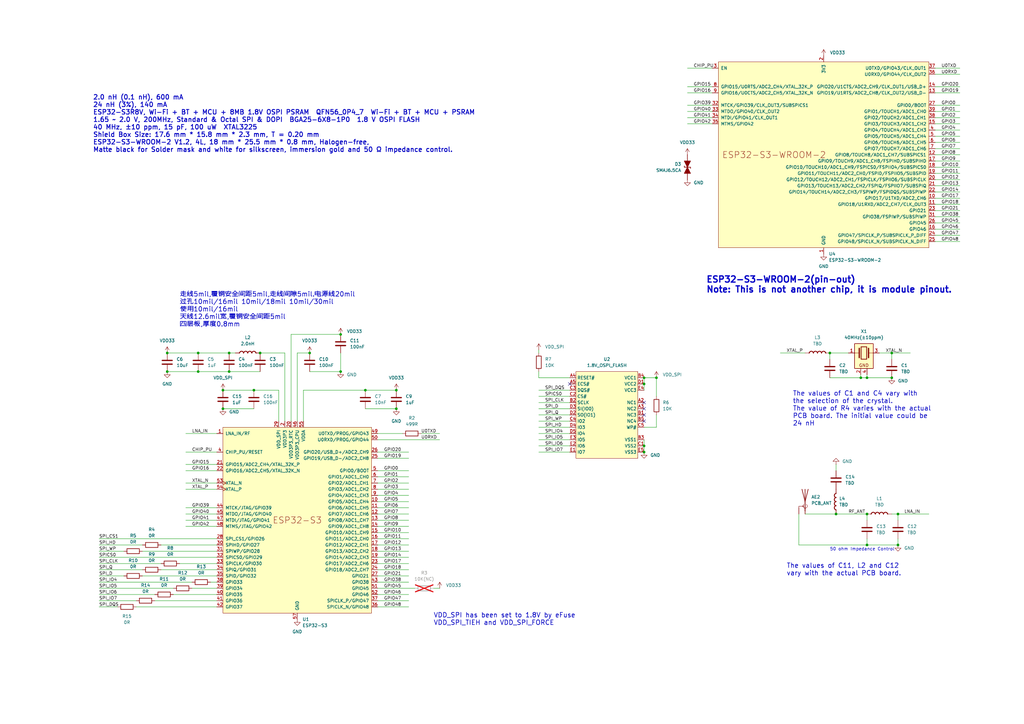
<source format=kicad_sch>
(kicad_sch (version 20250114) (generator "eeschema") (generator_version "9.0")
  (paper "A3")
  (lib_symbols
    (symbol "Device:Antenna_Shield" (pin_numbers (hide yes)) (pin_names (offset 1.016) (hide yes))
      (property "Reference" "AE" (at -1.905 4.445 0))
      (property "Value" "Antenna_Shield" (at -1.905 2.54 0))
      (symbol "Antenna_Shield_1_1"
        (pin input line (at 0 -5.08 90) (length 2.54) (name "A") (number "1"))
        (pin input line (at 2.54 -5.08 90) (length 2.54) (name "Shield") (number "2"))
      )
    )
    (symbol "Library:1.8V_OSPI_FLASH"
      (property "Reference" "U" (at 0 0 0))
      (property "Value" "1.8V_OSPI_FLASH" (at 0 0 0))
      (symbol "1.8V_OSPI_FLASH_0_0"
        (pin passive line (at -2.54 35.56 0) (length 2.54) (name "RESET#") (number "A4"))
        (pin passive line (at -2.54 33.02 0) (length 2.54) (name "ECS#") (number "A5"))
        (pin passive line (at -2.54 30.48 0) (length 2.54) (name "DQS#") (number "C3"))
        (pin passive line (at -2.54 27.94 0) (length 2.54) (name "CS#") (number "C2"))
        (pin passive line (at -2.54 25.4 0) (length 2.54) (name "SCLK") (number "B2"))
        (pin passive line (at -2.54 22.86 0) (length 2.54) (name "SI(IO0)") (number "D3"))
        (pin passive line (at -2.54 20.32 0) (length 2.54) (name "SO(IO1)") (number "D2"))
        (pin passive line (at -2.54 17.78 0) (length 2.54) (name "IO2") (number "C4"))
        (pin passive line (at -2.54 15.24 0) (length 2.54) (name "IO3") (number "D4"))
        (pin passive line (at -2.54 12.7 0) (length 2.54) (name "IO4") (number "D5"))
        (pin passive line (at -2.54 10.16 0) (length 2.54) (name "IO5") (number "E3"))
        (pin passive line (at -2.54 7.62 0) (length 2.54) (name "IO6") (number "E2"))
        (pin passive line (at -2.54 5.08 0) (length 2.54) (name "IO7") (number "E1"))
        (pin passive line (at 27.94 35.56 180) (length 2.54) (name "VCC1") (number "B4"))
        (pin passive line (at 27.94 33.02 180) (length 2.54) (name "VCC2") (number "D1"))
        (pin passive line (at 27.94 30.48 180) (length 2.54) (name "VCC3") (number "E4"))
        (pin passive line (at 27.94 25.4 180) (length 2.54) (name "NC1") (number "A2"))
        (pin passive line (at 27.94 22.86 180) (length 2.54) (name "NC2") (number "A3"))
        (pin passive line (at 27.94 20.32 180) (length 2.54) (name "NC3") (number "B1"))
        (pin passive line (at 27.94 17.78 180) (length 2.54) (name "NC4") (number "B5"))
        (pin passive line (at 27.94 15.24 180) (length 2.54) (name "WP#") (number "C5"))
        (pin passive line (at 27.94 10.16 180) (length 2.54) (name "VSS1") (number "B3"))
        (pin passive line (at 27.94 7.62 180) (length 2.54) (name "VSS2") (number "C1"))
      )
      (symbol "1.8V_OSPI_FLASH_1_0"
        (pin passive line (at 27.94 5.08 180) (length 2.54) (name "VSS3") (number "E5"))
      )
    )
    (symbol "PCM_Capacitor_AKL:C_1206" (pin_numbers (hide yes)) (pin_names (offset 0.254))
      (property "Reference" "C" (at 0.635 2.54 0))
      (property "Value" "C_1206" (at 0.635 -2.54 0))
      (symbol "C_1206_1_1"
        (pin passive line (at 0 3.81 270) (length 2.794) (name "~") (number "1"))
        (pin passive line (at 0 -3.81 90) (length 2.794) (name "~") (number "2"))
      )
      (symbol "C_1206_1_2"
        (pin passive line (at -2.54 -2.54 90) (length 0) (name "~") (number "2"))
        (pin passive line (at 2.54 2.54 270) (length 0) (name "~") (number "1"))
      )
    )
    (symbol "PCM_Crystal_AKL:SMD3225-4" (pin_names (offset 1.016) (hide yes))
      (property "Reference" "X" (at 0 8.89 0))
      (property "Value" "SMD3225-4" (at 0 6.35 0))
      (symbol "SMD3225-4_0_1"
        (text "GND" (at 0 -5.08 0) (effects (font (size 1.27 1.27))))
      )
      (symbol "SMD3225-4_1_1"
        (pin passive line (at -6.35 0 0) (length 2.54) (name "1") (number "1"))
        (pin passive line (at -1.27 -8.89 90) (length 2.54) (name "2") (number "2"))
        (pin passive line (at 1.27 -8.89 90) (length 2.54) (name "4") (number "4"))
        (pin passive line (at 6.35 0 180) (length 2.54) (name "3") (number "3"))
      )
    )
    (symbol "PCM_Diode_TVS_AKL:SMAJ6.5CA" (pin_numbers (hide yes)) (pin_names (offset 1.016) (hide yes))
      (property "Reference" "D" (at 0 5.08 0))
      (property "Value" "SMAJ6.5CA" (at 0 2.54 0))
      (symbol "SMAJ6.5CA_1_1"
        (pin passive line (at -5.08 0 0) (length 2.54) (name "K") (number "1"))
        (pin passive line (at 5.08 0 180) (length 2.54) (name "A") (number "2"))
      )
      (symbol "SMAJ6.5CA_1_2"
        (pin passive line (at -3.81 -3.81 0) (length 0) (name "A") (number "2"))
        (pin passive line (at 3.81 3.81 180) (length 0) (name "K") (number "1"))
      )
    )
    (symbol "PCM_Elektuur:L" (pin_numbers (hide yes)) (pin_names (offset 0) (hide yes))
      (property "Reference" "L" (at 2.54 3.175 0))
      (property "Value" "L" (at 2.54 -3.175 0))
      (symbol "L_1_0"
        (pin passive line (at 0 5.08 270) (length 1.5748) (name "+") (number "1"))
        (pin passive line (at 0 -5.08 90) (length 1.5748) (name "-") (number "2"))
      )
    )
    (symbol "PCM_Espressif:ESP32-S3" (pin_names (offset 1.016))
      (property "Reference" "U" (at -30.48 43.18 0))
      (property "Value" "ESP32-S3" (at -30.48 40.64 0))
      (symbol "ESP32-S3_0_0"
        (text "ESP32-S3" (at 0 0 0) (effects (font (size 2.54 2.54))))
        (pin bidirectional line (at 33.02 -33.02 180) (length 2.54) (name "SPICLK_P/GPIO47") (number "37"))
        (pin bidirectional line (at 33.02 -35.56 180) (length 2.54) (name "SPICLK_N/GPIO48") (number "36"))
      )
      (symbol "ESP32-S3_1_1"
        (pin bidirectional line (at -33.02 35.56 0) (length 2.54) (name "LNA_IN/RF") (number "1"))
        (pin input line (at -33.02 27.94 0) (length 2.54) (name "CHIP_PU/RESET") (number "4"))
        (pin bidirectional line (at -33.02 22.86 0) (length 2.54) (name "GPIO15/ADC2_CH4/XTAL_32K_P") (number "21"))
        (pin bidirectional line (at -33.02 20.32 0) (length 2.54) (name "GPIO16/ADC2_CH5/XTAL_32K_N") (number "22"))
        (pin input clock (at -33.02 15.24 0) (length 2.54) (name "XTAL_N") (number "53"))
        (pin output clock (at -33.02 12.7 0) (length 2.54) (name "XTAL_P") (number "54"))
        (pin bidirectional line (at -33.02 5.08 0) (length 2.54) (name "MTCK/JTAG/GPIO39") (number "44"))
        (pin bidirectional line (at -33.02 2.54 0) (length 2.54) (name "MTDO/JTAG/GPIO40") (number "45"))
        (pin bidirectional line (at -33.02 0 0) (length 2.54) (name "MTDI/JTAG/GPIO41") (number "47"))
        (pin bidirectional line (at -33.02 -2.54 0) (length 2.54) (name "MTMS/JTAG/GPIO42") (number "48"))
        (pin bidirectional line (at -33.02 -7.62 0) (length 2.54) (name "SPI_CS1/GPIO26") (number "28"))
        (pin bidirectional line (at -33.02 -10.16 0) (length 2.54) (name "SPIHD/GPIO27") (number "30"))
        (pin bidirectional line (at -33.02 -12.7 0) (length 2.54) (name "SPIWP/GPIO28") (number "31"))
        (pin bidirectional line (at -33.02 -15.24 0) (length 2.54) (name "SPICS0/GPIO29") (number "32"))
        (pin bidirectional line (at -33.02 -17.78 0) (length 2.54) (name "SPICLK/GPIO30") (number "33"))
        (pin bidirectional line (at -33.02 -20.32 0) (length 2.54) (name "SPIQ/GPIO31") (number "34"))
        (pin bidirectional line (at -33.02 -22.86 0) (length 2.54) (name "SPID/GPIO32") (number "35"))
        (pin bidirectional line (at -33.02 -25.4 0) (length 2.54) (name "GPIO33") (number "38"))
        (pin bidirectional line (at -33.02 -27.94 0) (length 2.54) (name "GPIO34") (number "39"))
        (pin bidirectional line (at -33.02 -30.48 0) (length 2.54) (name "GPIO35") (number "40"))
        (pin bidirectional line (at -33.02 -33.02 0) (length 2.54) (name "GPIO36") (number "41"))
        (pin bidirectional line (at -33.02 -35.56 0) (length 2.54) (name "GPIO37") (number "42"))
        (pin power_out line (at -7.62 40.64 270) (length 2.54) (name "VDD_SPI") (number "29"))
        (pin power_in line (at -5.08 40.64 270) (length 2.54) (name "VDD3P3") (number "2"))
        (pin power_in line (at -5.08 40.64 270) (length 2.54) (hide yes) (name "VDD3P3") (number "3"))
        (pin power_in line (at -2.54 40.64 270) (length 2.54) (name "VDD3P3_RTC") (number "20"))
        (pin power_in line (at 0 40.64 270) (length 2.54) (name "VDD3P3_CPU") (number "46"))
        (pin power_in line (at 0 -40.64 90) (length 2.54) (name "GND") (number "57"))
        (pin power_in line (at 2.54 40.64 270) (length 2.54) (name "VDDA") (number "55"))
        (pin passive line (at 2.54 40.64 270) (length 2.54) (hide yes) (name "VDDA") (number "56"))
        (pin bidirectional line (at 33.02 35.56 180) (length 2.54) (name "U0TXD/PROG/GPIO43") (number "49"))
        (pin bidirectional line (at 33.02 33.02 180) (length 2.54) (name "U0RXD/PROG/GPIO44") (number "50"))
        (pin bidirectional line (at 33.02 27.94 180) (length 2.54) (name "GPIO20/USB_D+/ADC2_CH9") (number "26"))
        (pin bidirectional line (at 33.02 25.4 180) (length 2.54) (name "GPIO19/USB_D-/ADC2_CH8") (number "25"))
        (pin bidirectional line (at 33.02 20.32 180) (length 2.54) (name "GPIO0/BOOT") (number "5"))
        (pin bidirectional line (at 33.02 17.78 180) (length 2.54) (name "GPIO1/ADC1_CH0") (number "6"))
        (pin bidirectional line (at 33.02 15.24 180) (length 2.54) (name "GPIO2/ADC1_CH1") (number "7"))
        (pin bidirectional line (at 33.02 12.7 180) (length 2.54) (name "GPIO3/ADC1_CH2") (number "8"))
        (pin bidirectional line (at 33.02 10.16 180) (length 2.54) (name "GPIO4/ADC1_CH3") (number "9"))
        (pin bidirectional line (at 33.02 7.62 180) (length 2.54) (name "GPIO5/ADC1_CH4") (number "10"))
        (pin bidirectional line (at 33.02 5.08 180) (length 2.54) (name "GPIO6/ADC1_CH5") (number "11"))
        (pin bidirectional line (at 33.02 2.54 180) (length 2.54) (name "GPIO7/ADC1_CH6") (number "12"))
        (pin bidirectional line (at 33.02 0 180) (length 2.54) (name "GPIO8/ADC1_CH7") (number "13"))
        (pin bidirectional line (at 33.02 -2.54 180) (length 2.54) (name "GPIO9/ADC1_CH8") (number "14"))
        (pin bidirectional line (at 33.02 -5.08 180) (length 2.54) (name "GPIO10/ADC1_CH9") (number "15"))
        (pin bidirectional line (at 33.02 -7.62 180) (length 2.54) (name "GPIO11/ADC2_CH0") (number "16"))
        (pin bidirectional line (at 33.02 -10.16 180) (length 2.54) (name "GPIO12/ADC2_CH1") (number "17"))
        (pin bidirectional line (at 33.02 -12.7 180) (length 2.54) (name "GPIO13/ADC2_CH2") (number "18"))
        (pin bidirectional line (at 33.02 -15.24 180) (length 2.54) (name "GPIO14/ADC2_CH3") (number "19"))
        (pin bidirectional line (at 33.02 -17.78 180) (length 2.54) (name "GPIO17/ADC2_CH6") (number "23"))
        (pin bidirectional line (at 33.02 -20.32 180) (length 2.54) (name "GPIO18/ADC2_CH7") (number "24"))
        (pin bidirectional line (at 33.02 -22.86 180) (length 2.54) (name "GPIO21") (number "27"))
        (pin bidirectional line (at 33.02 -25.4 180) (length 2.54) (name "GPIO38") (number "43"))
        (pin bidirectional line (at 33.02 -27.94 180) (length 2.54) (name "GPIO45") (number "51"))
        (pin bidirectional line (at 33.02 -30.48 180) (length 2.54) (name "GPIO46") (number "52"))
      )
    )
    (symbol "PCM_Espressif:ESP32-S3-WROOM-2" (pin_names (offset 1.016))
      (property "Reference" "U" (at -43.18 43.18 0))
      (property "Value" "ESP32-S3-WROOM-2" (at -43.18 40.64 0))
      (symbol "ESP32-S3-WROOM-2_0_0"
        (text "ESP32-S3-WROOM-2" (at -20.32 0 0) (effects (font (size 2.54 2.54))))
        (pin input line (at -45.72 35.56 0) (length 2.54) (name "EN") (number "3"))
        (pin bidirectional line (at -45.72 27.94 0) (length 2.54) (name "GPIO15/U0RTS/ADC2_CH4/XTAL_32K_P") (number "8"))
        (pin bidirectional line (at -45.72 25.4 0) (length 2.54) (name "GPIO16/U0CTS/ADC2_CH5/XTAL_32K_N") (number "9"))
        (pin bidirectional line (at -45.72 20.32 0) (length 2.54) (name "MTCK/GPIO39/CLK_OUT3/SUBSPICS1") (number "32"))
        (pin bidirectional line (at -45.72 17.78 0) (length 2.54) (name "MTDO/GPIO40/CLK_OUT2") (number "33"))
        (pin bidirectional line (at -45.72 15.24 0) (length 2.54) (name "MTDI/GPIO41/CLK_OUT1") (number "34"))
        (pin bidirectional line (at -45.72 12.7 0) (length 2.54) (name "MTMS/GPIO42") (number "35"))
        (pin no_connect line (at -43.18 -30.48 0) (length 2.54) (hide yes) (name "NC") (number "30"))
        (pin no_connect line (at -43.18 -33.02 0) (length 2.54) (hide yes) (name "NC") (number "29"))
        (pin no_connect line (at -43.18 -35.56 0) (length 2.54) (hide yes) (name "NC") (number "28"))
        (pin power_in line (at 0 40.64 270) (length 2.54) (name "3V3") (number "2"))
        (pin power_in line (at 0 -40.64 90) (length 2.54) (name "GND") (number "1"))
        (pin passive line (at 0 -40.64 90) (length 2.54) (hide yes) (name "GND") (number "40"))
        (pin passive line (at 0 -40.64 90) (length 2.54) (hide yes) (name "GND") (number "41"))
        (pin bidirectional line (at 45.72 35.56 180) (length 2.54) (name "U0TXD/GPIO43/CLK_OUT1") (number "37"))
        (pin bidirectional line (at 45.72 33.02 180) (length 2.54) (name "U0RXD/GPIO44/CLK_OUT2") (number "36"))
        (pin bidirectional line (at 45.72 27.94 180) (length 2.54) (name "GPIO20/U1CTS/ADC2_CH9/CLK_OUT1/USB_D+") (number "14"))
        (pin bidirectional line (at 45.72 25.4 180) (length 2.54) (name "GPIO19/U1RTS/ADC2_CH8/CLK_OUT2/USB_D-") (number "13"))
        (pin bidirectional line (at 45.72 20.32 180) (length 2.54) (name "GPIO0/BOOT") (number "27"))
        (pin bidirectional line (at 45.72 17.78 180) (length 2.54) (name "GPIO1/TOUCH1/ADC1_CH0") (number "39"))
        (pin bidirectional line (at 45.72 15.24 180) (length 2.54) (name "GPIO2/TOUCH2/ADC1_CH1") (number "38"))
        (pin bidirectional line (at 45.72 12.7 180) (length 2.54) (name "GPIO3/TOUCH3/ADC1_CH2") (number "15"))
        (pin bidirectional line (at 45.72 10.16 180) (length 2.54) (name "GPIO4/TOUCH4/ADC1_CH3") (number "4"))
        (pin bidirectional line (at 45.72 7.62 180) (length 2.54) (name "GPIO5/TOUCH5/ADC1_CH4") (number "5"))
        (pin bidirectional line (at 45.72 5.08 180) (length 2.54) (name "GPIO6/TOUCH6/ADC1_CH5") (number "6"))
        (pin bidirectional line (at 45.72 2.54 180) (length 2.54) (name "GPIO7/TOUCH7/ADC1_CH6") (number "7"))
        (pin bidirectional line (at 45.72 0 180) (length 2.54) (name "GPIO8/TOUCH8/ADC1_CH7/SUBSPICS1") (number "12"))
        (pin bidirectional line (at 45.72 -2.54 180) (length 2.54) (name "GPIO9/TOUCH9/ADC1_CH8/FSPIHD/SUBSPIHD") (number "17"))
        (pin bidirectional line (at 45.72 -5.08 180) (length 2.54) (name "GPIO10/TOUCH10/ADC1_CH9/FSPICS0/FSPIIO4/SUBSPICS0") (number "18"))
        (pin bidirectional line (at 45.72 -7.62 180) (length 2.54) (name "GPIO11/TOUCH11/ADC2_CH0/FSPID/FSPIIO5/SUBSPID") (number "19"))
        (pin bidirectional line (at 45.72 -10.16 180) (length 2.54) (name "GPIO12/TOUCH12/ADC2_CH1/FSPICLK/FSPIIO6/SUBSPICLK") (number "20"))
        (pin bidirectional line (at 45.72 -12.7 180) (length 2.54) (name "GPIO13/TOUCH13/ADC2_CH2/FSPIQ/FSPIIO7/SUBSPIQ") (number "21"))
        (pin bidirectional line (at 45.72 -15.24 180) (length 2.54) (name "GPIO14/TOUCH14/ADC2_CH3/FSPIWP/FSPIDQS/SUBSPIWP") (number "22"))
        (pin bidirectional line (at 45.72 -17.78 180) (length 2.54) (name "GPIO17/U1TXD/ADC2_CH6") (number "10"))
        (pin bidirectional line (at 45.72 -20.32 180) (length 2.54) (name "GPIO18/U1RXD/ADC2_CH7/CLK_OUT3") (number "11"))
        (pin bidirectional line (at 45.72 -22.86 180) (length 2.54) (name "GPIO21") (number "23"))
        (pin bidirectional line (at 45.72 -25.4 180) (length 2.54) (name "GPIO38/FSPIWP/SUBSPIWP") (number "31"))
        (pin bidirectional line (at 45.72 -27.94 180) (length 2.54) (name "GPIO45") (number "26"))
        (pin bidirectional line (at 45.72 -30.48 180) (length 2.54) (name "GPIO46") (number "16"))
        (pin bidirectional line (at 45.72 -33.02 180) (length 2.54) (name "GPIO47/SPICLK_P/SUBSPICLK_P_DIFF") (number "24"))
        (pin bidirectional line (at 45.72 -35.56 180) (length 2.54) (name "GPIO48/SPICLK_N/SUBSPICLK_N_DIFF") (number "25"))
      )
    )
    (symbol "PCM_Resistor_AKL:R_1206" (pin_numbers (hide yes)) (pin_names (offset 0))
      (property "Reference" "R" (at 2.54 1.27 0))
      (property "Value" "R_1206" (at 2.54 -1.27 0))
      (symbol "R_1206_1_1"
        (pin passive line (at 0 3.81 270) (length 1.27) (name "~") (number "1"))
        (pin passive line (at 0 -3.81 90) (length 1.27) (name "~") (number "2"))
      )
      (symbol "R_1206_1_2"
        (pin passive line (at -2.54 -2.54 0) (length 0) (name "") (number "2"))
        (pin passive line (at 2.54 2.54 180) (length 0) (name "") (number "1"))
      )
    )
    (symbol "power:+3.3V" (power) (pin_numbers (hide yes)) (pin_names (offset 0) (hide yes))
      (property "Value" "+3.3V" (at 0 3.556 0))
      (symbol "+3.3V_1_1"
        (pin power_in line (at 0 0 90) (length 0) (name "~") (number "1"))
      )
    )
    (symbol "power:GND" (power) (pin_numbers (hide yes)) (pin_names (offset 0) (hide yes))
      (property "Value" "GND" (at 0 -3.81 0))
      (symbol "GND_1_1"
        (pin power_in line (at 0 0 270) (length 0) (name "~") (number "1"))
      )
    )
  )
  (text "The values of C11, L2 and C12\nvary with the actual PCB board." (exclude_from_sim yes) (at 322.58 233.68 0) (effects (font (size 1.905 1.905) (thickness 0.2381)) (justify left)))
  (text "50 ohm Impedance Control" (at 340.36 226.06 0) (effects (font (size 1.27 1.27)) (justify left bottom)))
  (text "ESP32-S3-WROOM-2(pin-out)\nNote: This is not another chip, it is module pinout.\n" (exclude_from_sim yes) (at 289.56 116.84 0) (effects (font (size 2.54 2.54) (thickness 0.508) (bold yes)) (justify left)))
  (text "2.0 nH (0.1 nH), 600 mA\n24 nH (3%), 140 mA\nESP32-S3R8V, Wi-Fi + BT + MCU + 8MB 1.8V OSPI PSRAM  QFN56_0P4_7  Wi-Fi + BT + MCU + PSRAM\n1.65 ~ 2.0 V, 200MHz, Standard & Octal SPI & DOPI  BGA25-6X8-1P0  1.8 V OSPI FLASH\n40 MHz, ±10 ppm, 15 pF, 100 uW  XTAL3225\nShield Box Size: 17.6 mm * 15.8 mm * 2.3 mm, T = 0.20 mm\nESP32-S3-WROOM-2 V1.2, 4L, 18 mm * 25.5 mm * 0.8 mm, Halogen-free, \nMatte black for Solder mask and white for silkscreen, immersion gold and 50 Ω impedance control." (exclude_from_sim yes) (at 38.1 50.8 0) (effects (font (size 1.905 1.905) (thickness 0.3175)) (justify left)))
  (text "走线5mil,覆铜安全间距5mil,走线间隙5mil.电源线20mil\n过孔10mil/16mil 10mil/18mil 10mil/30mil\n使用10mil/16mil\n天线12.6mil宽,覆铜安全间距5mil\n四层板,厚度0.8mm" (exclude_from_sim yes) (at 73.66 127 0) (effects (font (size 1.905 1.905) (thickness 0.2381)) (justify left)))
  (text "The values of C1 and C4 vary with\nthe selection of the crystal.\nThe value of R4 varies with the actual\nPCB board. The initial value could be\n24 nH" (exclude_from_sim yes) (at 325.12 167.64 0) (effects (font (size 1.905 1.905) (thickness 0.2381)) (justify left)))
  (text "VDD_SPI has been set to 1.8V by eFuse\nVDD_SPI_TIEH and VDD_SPI_FORCE" (exclude_from_sim yes) (at 177.8 254 0) (effects (font (size 1.905 1.905) (thickness 0.2381)) (justify left)))
  (junction (at 264.16 157.48))
  (junction (at 91.44 167.64))
  (junction (at 81.28 152.4))
  (junction (at 365.76 154.94))
  (junction (at 269.24 154.94))
  (junction (at 93.98 152.4))
  (junction (at 340.36 144.78))
  (junction (at 68.58 152.4))
  (junction (at 342.9 210.82))
  (junction (at 353.06 154.94))
  (junction (at 127 144.78))
  (junction (at 93.98 144.78))
  (junction (at 355.6 223.52))
  (junction (at 162.56 167.64))
  (junction (at 139.7 137.16))
  (junction (at 264.16 182.88))
  (junction (at 149.86 160.02))
  (junction (at 162.56 160.02))
  (junction (at 365.76 144.78))
  (junction (at 355.6 210.82))
  (junction (at 368.3 210.82))
  (junction (at 104.14 160.02))
  (junction (at 91.44 160.02))
  (junction (at 81.28 144.78))
  (junction (at 139.7 152.4))
  (junction (at 68.58 144.78))
  (junction (at 106.68 144.78))
  (junction (at 368.3 223.52))
  (junction (at 264.16 154.94))
  (junction (at 264.16 185.42))
  (junction (at 355.6 154.94))
  (no_connect (at 264.16 172.72))
  (no_connect (at 264.16 170.18))
  (no_connect (at 264.16 167.64))
  (no_connect (at 233.68 157.48))
  (no_connect (at 264.16 165.1))
  (wire (pts (xy 66.04 233.68) (xy 88.9 233.68)))
  (wire (pts (xy 154.94 215.9) (xy 167.64 215.9)))
  (wire (pts (xy 154.94 241.3) (xy 170.18 241.3)))
  (wire (pts (xy 154.94 233.68) (xy 167.64 233.68)))
  (wire (pts (xy 383.54 63.5) (xy 393.7 63.5)))
  (wire (pts (xy 154.94 231.14) (xy 167.64 231.14)))
  (wire (pts (xy 220.98 172.72) (xy 233.68 172.72)))
  (wire (pts (xy 320.04 144.78) (xy 330.2 144.78)))
  (wire (pts (xy 281.94 48.26) (xy 292.1 48.26)))
  (wire (pts (xy 81.28 152.4) (xy 93.98 152.4)))
  (wire (pts (xy 365.76 144.78) (xy 373.38 144.78)))
  (wire (pts (xy 121.92 144.78) (xy 127 144.78)))
  (wire (pts (xy 355.6 210.82) (xy 355.6 213.36)))
  (wire (pts (xy 383.54 76.2) (xy 393.7 76.2)))
  (wire (pts (xy 327.66 210.82) (xy 327.66 223.52)))
  (wire (pts (xy 281.94 35.56) (xy 292.1 35.56)))
  (wire (pts (xy 40.64 228.6) (xy 88.9 228.6)))
  (wire (pts (xy 269.24 154.94) (xy 264.16 154.94)))
  (wire (pts (xy 353.06 153.67) (xy 353.06 154.94)))
  (wire (pts (xy 220.98 167.64) (xy 233.68 167.64)))
  (wire (pts (xy 154.94 218.44) (xy 167.64 218.44)))
  (wire (pts (xy 281.94 27.94) (xy 292.1 27.94)))
  (wire (pts (xy 40.64 220.98) (xy 88.9 220.98)))
  (wire (pts (xy 383.54 96.52) (xy 393.7 96.52)))
  (wire (pts (xy 383.54 83.82) (xy 393.7 83.82)))
  (wire (pts (xy 96.52 144.78) (xy 93.98 144.78)))
  (wire (pts (xy 154.94 200.66) (xy 167.64 200.66)))
  (wire (pts (xy 154.94 203.2) (xy 167.64 203.2)))
  (wire (pts (xy 355.6 153.67) (xy 355.6 154.94)))
  (wire (pts (xy 104.14 160.02) (xy 114.3 160.02)))
  (wire (pts (xy 220.98 177.8) (xy 233.68 177.8)))
  (wire (pts (xy 154.94 185.42) (xy 167.64 185.42)))
  (wire (pts (xy 264.16 180.34) (xy 264.16 182.88)))
  (wire (pts (xy 91.44 160.02) (xy 104.14 160.02)))
  (wire (pts (xy 86.36 238.76) (xy 88.9 238.76)))
  (wire (pts (xy 76.2 210.82) (xy 88.9 210.82)))
  (wire (pts (xy 154.94 180.34) (xy 180.34 180.34)))
  (wire (pts (xy 264.16 154.94) (xy 264.16 157.48)))
  (wire (pts (xy 365.76 144.78) (xy 365.76 147.32)))
  (wire (pts (xy 269.24 154.94) (xy 269.24 162.56)))
  (wire (pts (xy 93.98 152.4) (xy 106.68 152.4)))
  (wire (pts (xy 281.94 45.72) (xy 292.1 45.72)))
  (wire (pts (xy 172.72 177.8) (xy 180.34 177.8)))
  (wire (pts (xy 383.54 55.88) (xy 393.7 55.88)))
  (wire (pts (xy 162.56 167.64) (xy 149.86 167.64)))
  (wire (pts (xy 40.64 238.76) (xy 78.74 238.76)))
  (wire (pts (xy 383.54 30.48) (xy 393.7 30.48)))
  (wire (pts (xy 355.6 220.98) (xy 355.6 223.52)))
  (wire (pts (xy 76.2 198.12) (xy 88.9 198.12)))
  (wire (pts (xy 154.94 238.76) (xy 167.64 238.76)))
  (wire (pts (xy 68.58 144.78) (xy 81.28 144.78)))
  (wire (pts (xy 154.94 210.82) (xy 167.64 210.82)))
  (wire (pts (xy 162.56 160.02) (xy 149.86 160.02)))
  (wire (pts (xy 383.54 73.66) (xy 393.7 73.66)))
  (wire (pts (xy 66.04 223.52) (xy 88.9 223.52)))
  (wire (pts (xy 383.54 58.42) (xy 393.7 58.42)))
  (wire (pts (xy 383.54 68.58) (xy 393.7 68.58)))
  (wire (pts (xy 116.84 172.72) (xy 116.84 144.78)))
  (wire (pts (xy 154.94 195.58) (xy 167.64 195.58)))
  (wire (pts (xy 124.46 160.02) (xy 124.46 172.72)))
  (wire (pts (xy 368.3 213.36) (xy 368.3 210.82)))
  (wire (pts (xy 154.94 198.12) (xy 167.64 198.12)))
  (wire (pts (xy 383.54 48.26) (xy 393.7 48.26)))
  (wire (pts (xy 121.92 144.78) (xy 121.92 172.72)))
  (wire (pts (xy 327.66 223.52) (xy 355.6 223.52)))
  (wire (pts (xy 40.64 246.38) (xy 55.88 246.38)))
  (wire (pts (xy 154.94 236.22) (xy 167.64 236.22)))
  (wire (pts (xy 119.38 137.16) (xy 119.38 172.72)))
  (wire (pts (xy 114.3 160.02) (xy 114.3 172.72)))
  (wire (pts (xy 368.3 210.82) (xy 381 210.82)))
  (wire (pts (xy 139.7 144.78) (xy 139.7 152.4)))
  (wire (pts (xy 220.98 180.34) (xy 233.68 180.34)))
  (wire (pts (xy 154.94 223.52) (xy 167.64 223.52)))
  (wire (pts (xy 124.46 160.02) (xy 149.86 160.02)))
  (wire (pts (xy 40.64 231.14) (xy 66.04 231.14)))
  (wire (pts (xy 76.2 190.5) (xy 88.9 190.5)))
  (wire (pts (xy 281.94 38.1) (xy 292.1 38.1)))
  (wire (pts (xy 58.42 236.22) (xy 88.9 236.22)))
  (wire (pts (xy 383.54 71.12) (xy 393.7 71.12)))
  (wire (pts (xy 93.98 144.78) (xy 81.28 144.78)))
  (wire (pts (xy 73.66 231.14) (xy 88.9 231.14)))
  (wire (pts (xy 342.9 210.82) (xy 355.6 210.82)))
  (wire (pts (xy 139.7 137.16) (xy 119.38 137.16)))
  (wire (pts (xy 368.3 223.52) (xy 368.3 220.98)))
  (wire (pts (xy 40.64 236.22) (xy 50.8 236.22)))
  (wire (pts (xy 220.98 154.94) (xy 220.98 152.4)))
  (wire (pts (xy 340.36 144.78) (xy 340.36 147.32)))
  (wire (pts (xy 154.94 243.84) (xy 167.64 243.84)))
  (wire (pts (xy 220.98 160.02) (xy 233.68 160.02)))
  (wire (pts (xy 68.58 152.4) (xy 81.28 152.4)))
  (wire (pts (xy 220.98 170.18) (xy 233.68 170.18)))
  (wire (pts (xy 76.2 213.36) (xy 88.9 213.36)))
  (wire (pts (xy 281.94 50.8) (xy 292.1 50.8)))
  (wire (pts (xy 355.6 154.94) (xy 365.76 154.94)))
  (wire (pts (xy 154.94 193.04) (xy 167.64 193.04)))
  (wire (pts (xy 91.44 167.64) (xy 104.14 167.64)))
  (wire (pts (xy 383.54 78.74) (xy 393.7 78.74)))
  (wire (pts (xy 58.42 226.06) (xy 88.9 226.06)))
  (wire (pts (xy 383.54 88.9) (xy 393.7 88.9)))
  (wire (pts (xy 264.16 175.26) (xy 269.24 175.26)))
  (wire (pts (xy 63.5 246.38) (xy 88.9 246.38)))
  (wire (pts (xy 342.9 190.5) (xy 342.9 193.04)))
  (wire (pts (xy 383.54 38.1) (xy 393.7 38.1)))
  (wire (pts (xy 40.64 226.06) (xy 50.8 226.06)))
  (wire (pts (xy 78.74 241.3) (xy 88.9 241.3)))
  (wire (pts (xy 177.8 241.3) (xy 180.34 241.3)))
  (wire (pts (xy 383.54 99.06) (xy 393.7 99.06)))
  (wire (pts (xy 76.2 215.9) (xy 88.9 215.9)))
  (wire (pts (xy 383.54 53.34) (xy 393.7 53.34)))
  (wire (pts (xy 154.94 248.92) (xy 167.64 248.92)))
  (wire (pts (xy 340.36 144.78) (xy 347.98 144.78)))
  (wire (pts (xy 154.94 228.6) (xy 167.64 228.6)))
  (wire (pts (xy 154.94 226.06) (xy 167.64 226.06)))
  (wire (pts (xy 76.2 200.66) (xy 88.9 200.66)))
  (wire (pts (xy 340.36 154.94) (xy 353.06 154.94)))
  (wire (pts (xy 154.94 205.74) (xy 167.64 205.74)))
  (wire (pts (xy 383.54 45.72) (xy 393.7 45.72)))
  (wire (pts (xy 383.54 86.36) (xy 393.7 86.36)))
  (wire (pts (xy 76.2 185.42) (xy 88.9 185.42)))
  (wire (pts (xy 383.54 43.18) (xy 393.7 43.18)))
  (wire (pts (xy 40.64 241.3) (xy 71.12 241.3)))
  (wire (pts (xy 383.54 60.96) (xy 393.7 60.96)))
  (wire (pts (xy 269.24 170.18) (xy 269.24 175.26)))
  (wire (pts (xy 383.54 93.98) (xy 393.7 93.98)))
  (wire (pts (xy 264.16 182.88) (xy 264.16 185.42)))
  (wire (pts (xy 330.2 210.82) (xy 342.9 210.82)))
  (wire (pts (xy 383.54 50.8) (xy 393.7 50.8)))
  (wire (pts (xy 353.06 154.94) (xy 355.6 154.94)))
  (wire (pts (xy 220.98 175.26) (xy 233.68 175.26)))
  (wire (pts (xy 264.16 157.48) (xy 264.16 160.02)))
  (wire (pts (xy 383.54 27.94) (xy 393.7 27.94)))
  (wire (pts (xy 220.98 154.94) (xy 233.68 154.94)))
  (wire (pts (xy 76.2 177.8) (xy 88.9 177.8)))
  (wire (pts (xy 383.54 35.56) (xy 393.7 35.56)))
  (wire (pts (xy 383.54 66.04) (xy 393.7 66.04)))
  (wire (pts (xy 154.94 187.96) (xy 167.64 187.96)))
  (wire (pts (xy 220.98 185.42) (xy 233.68 185.42)))
  (wire (pts (xy 360.68 144.78) (xy 365.76 144.78)))
  (wire (pts (xy 281.94 43.18) (xy 292.1 43.18)))
  (wire (pts (xy 40.64 223.52) (xy 58.42 223.52)))
  (wire (pts (xy 154.94 220.98) (xy 167.64 220.98)))
  (wire (pts (xy 154.94 246.38) (xy 167.64 246.38)))
  (wire (pts (xy 355.6 223.52) (xy 368.3 223.52)))
  (wire (pts (xy 220.98 143.51) (xy 220.98 144.78)))
  (wire (pts (xy 154.94 177.8) (xy 165.1 177.8)))
  (wire (pts (xy 154.94 213.36) (xy 167.64 213.36)))
  (wire (pts (xy 106.68 144.78) (xy 116.84 144.78)))
  (wire (pts (xy 220.98 182.88) (xy 233.68 182.88)))
  (wire (pts (xy 55.88 248.92) (xy 88.9 248.92)))
  (wire (pts (xy 220.98 165.1) (xy 233.68 165.1)))
  (wire (pts (xy 40.64 248.92) (xy 48.26 248.92)))
  (wire (pts (xy 154.94 208.28) (xy 167.64 208.28)))
  (wire (pts (xy 40.64 233.68) (xy 58.42 233.68)))
  (wire (pts (xy 76.2 193.04) (xy 88.9 193.04)))
  (wire (pts (xy 127 152.4) (xy 139.7 152.4)))
  (wire (pts (xy 76.2 208.28) (xy 88.9 208.28)))
  (wire (pts (xy 71.12 243.84) (xy 88.9 243.84)))
  (wire (pts (xy 220.98 162.56) (xy 233.68 162.56)))
  (wire (pts (xy 368.3 210.82) (xy 365.76 210.82)))
  (wire (pts (xy 383.54 81.28) (xy 393.7 81.28)))
  (wire (pts (xy 383.54 91.44) (xy 393.7 91.44)))
  (wire (pts (xy 40.64 243.84) (xy 63.5 243.84)))
  (label "GPIO39" (at 78.74 208.28 0))
  (label "LNA_IN" (at 78.74 177.8 0))
  (label "GPIO41" (at 78.74 213.36 0))
  (label "GPIO20" (at 386.08 35.56 0))
  (label "GPIO19" (at 157.48 187.96 0))
  (label "GPIO40" (at 78.74 210.82 0))
  (label "GPIO16" (at 284.48 38.1 0))
  (label "GPIO39" (at 284.48 43.18 0))
  (label "CHIP_PU" (at 284.48 27.94 0))
  (label "SPI_CLK" (at 40.64 231.14 0))
  (label "XTAL_N" (at 78.74 198.12 0))
  (label "GPIO13" (at 157.48 226.06 0))
  (label "SPI_CLK" (at 223.52 165.1 0))
  (label "GPIO40" (at 284.48 45.72 0))
  (label "GPIO3" (at 157.48 200.66 0))
  (label "GPIO10" (at 157.48 218.44 0))
  (label "SPI_Q" (at 223.52 170.18 0))
  (label "GPIO46" (at 157.48 243.84 0))
  (label "GPIO5" (at 157.48 205.74 0))
  (label "GPIO48" (at 386.08 99.06 0))
  (label "GPIO18" (at 157.48 233.68 0))
  (label "GPIO1" (at 386.08 45.72 0))
  (label "GPIO42" (at 78.74 215.9 0))
  (label "GPIO19" (at 386.08 38.1 0))
  (label "GPIO9" (at 386.08 66.04 0))
  (label "GPIO20" (at 157.48 185.42 0))
  (label "SPI_HD" (at 223.52 175.26 0))
  (label "GPIO4" (at 386.08 53.34 0))
  (label "GPIO5" (at 386.08 55.88 0))
  (label "GPIO11" (at 386.08 71.12 0))
  (label "GPIO6" (at 386.08 58.42 0))
  (label "SPI_D" (at 223.52 167.64 0))
  (label "SPI_HD" (at 40.64 223.52 0))
  (label "GPIO9" (at 157.48 215.9 0))
  (label "GPIO8" (at 386.08 63.5 0))
  (label "U0TXD" (at 386.08 27.94 0))
  (label "SPI_IO5" (at 40.64 241.3 0))
  (label "GPIO21" (at 386.08 86.36 0))
  (label "GPIO1" (at 157.48 195.58 0))
  (label "SPI_IO7" (at 223.52 185.42 0))
  (label "SPICS0" (at 223.52 162.56 0))
  (label "GPIO48" (at 157.48 248.92 0))
  (label "GPIO12" (at 386.08 73.66 0))
  (label "GPIO7" (at 386.08 60.96 0))
  (label "GPIO42" (at 284.48 50.8 0))
  (label "GPIO17" (at 157.48 231.14 0))
  (label "GPIO14" (at 157.48 228.6 0))
  (label "SPI_IO7" (at 40.64 246.38 0))
  (label "GPIO46" (at 386.08 93.98 0))
  (label "GPIO11" (at 157.48 220.98 0))
  (label "GPIO12" (at 157.48 223.52 0))
  (label "SPI_WP" (at 40.64 226.06 0))
  (label "GPIO45" (at 386.08 91.44 0))
  (label "SPI_IO4" (at 40.64 238.76 0))
  (label "GPIO3" (at 386.08 50.8 0))
  (label "SPI_DQS" (at 223.52 160.02 0))
  (label "GPIO47" (at 386.08 96.52 0))
  (label "GPIO2" (at 157.48 198.12 0))
  (label "SPI_Q" (at 40.64 233.68 0))
  (label "GPIO7" (at 157.48 210.82 0))
  (label "U0RXD" (at 386.08 30.48 0))
  (label "GPIO4" (at 157.48 203.2 0))
  (label "GPIO38" (at 386.08 88.9 0))
  (label "RF_ANT" (at 347.98 210.82 0))
  (label "XTAL_P" (at 78.74 200.66 0))
  (label "GPIO21" (at 157.48 236.22 0))
  (label "GPIO47" (at 157.48 246.38 0))
  (label "GPIO15" (at 78.74 190.5 0))
  (label "GPIO15" (at 284.48 35.56 0))
  (label "GPIO13" (at 386.08 76.2 0))
  (label "SPICS0" (at 40.64 228.6 0))
  (label "SPI_IO4" (at 223.52 177.8 0))
  (label "SPI_CS1" (at 40.64 220.98 0))
  (label "GPIO16" (at 78.74 193.04 0))
  (label "GPIO8" (at 157.48 213.36 0))
  (label "U0RXD" (at 172.72 180.34 0))
  (label "SPI_WP" (at 223.52 172.72 0))
  (label "XTAL_N" (at 363.22 144.78 0))
  (label "GPIO0" (at 386.08 43.18 0))
  (label "GPIO2" (at 386.08 48.26 0))
  (label "GPIO18" (at 386.08 83.82 0))
  (label "GPIO41" (at 284.48 48.26 0))
  (label "GPIO38" (at 157.48 238.76 0))
  (label "SPI_IO6" (at 223.52 182.88 0))
  (label "GPIO0" (at 157.48 193.04 0))
  (label "CHIP_PU" (at 78.74 185.42 0))
  (label "SPI_IO5" (at 223.52 180.34 0))
  (label "GPIO45" (at 157.48 241.3 0))
  (label "XTAL_P" (at 322.58 144.78 0))
  (label "SPI_DQS" (at 40.64 248.92 0))
  (label "SPI_IO6" (at 40.64 243.84 0))
  (label "GPIO6" (at 157.48 208.28 0))
  (label "GPIO14" (at 386.08 78.74 0))
  (label "LNA_IN" (at 370.84 210.82 0))
  (label "SPI_D" (at 40.64 236.22 0))
  (label "GPIO10" (at 386.08 68.58 0))
  (label "GPIO17" (at 386.08 81.28 0))
  (label "U0TXD" (at 172.72 177.8 0))
  (symbol (lib_id "PCM_Capacitor_AKL:C_1206") (at 365.76 151.13 0) (mirror y) (unit 1)
    (property "Reference" "C1" (at 369.57 149.8599 0) (effects (justify right)))
    (property "Value" "TBD" (at 369.57 152.3999 0) (effects (justify right)))
    (property "Footprint" "PCM_Capacitor_SMD_AKL:C_1206_3216Metric" (effects (hide yes)))
    (property "Description" "SMD 1206 MLCC capacitor, Alternate KiCad Library" (effects (hide yes)))
  )
  (symbol (lib_id "power:GND") (at 365.76 154.94 0) (unit 1)
    (property "Reference" "#PWR04" (effects (hide yes)))
    (property "Value" "GND" (at 368.3 156.2099 0) (effects (justify left)))
    (property "Description" "Power symbol creates a global label with name \"GND\" , ground" (effects (hide yes)))
  )
  (symbol (lib_id "PCM_Resistor_AKL:R_1206") (at 269.24 166.37 180) (unit 1)
    (property "Reference" "R6" (at 271.78 165.0999 0) (effects (justify right)))
    (property "Value" "10K" (at 271.78 167.6399 0) (effects (justify right)))
    (property "Footprint" "PCM_Resistor_SMD_AKL:R_1206_3216Metric" (effects (hide yes)))
    (property "Description" "SMD 1206 Chip Resistor, European Symbol, Alternate KiCad Library" (effects (hide yes)))
  )
  (symbol (lib_id "PCM_Capacitor_AKL:C_1206") (at 342.9 196.85 0) (unit 1)
    (property "Reference" "C14" (at 346.71 195.5799 0) (effects (justify left)))
    (property "Value" "TBD" (at 346.71 198.1199 0) (effects (justify left)))
    (property "Footprint" "PCM_Capacitor_SMD_AKL:C_1206_3216Metric" (effects (hide yes)))
    (property "Description" "SMD 1206 MLCC capacitor, Alternate KiCad Library" (effects (hide yes)))
  )
  (symbol (lib_id "power:GND") (at 139.7 152.4 0) (unit 1)
    (property "Reference" "#PWR016" (effects (hide yes)))
    (property "Value" "GND" (at 142.24 153.6699 0) (effects (justify left)))
    (property "Description" "Power symbol creates a global label with name \"GND\" , ground" (effects (hide yes)))
  )
  (symbol (lib_id "PCM_Resistor_AKL:R_1206") (at 74.93 241.3 90) (unit 1)
    (property "Reference" "R12" (at 74.93 234.95 90))
    (property "Value" "0R" (at 74.93 237.49 90))
    (property "Footprint" "PCM_Resistor_SMD_AKL:R_1206_3216Metric" (effects (hide yes)))
    (property "Description" "SMD 1206 Chip Resistor, European Symbol, Alternate KiCad Library" (effects (hide yes)))
  )
  (symbol (lib_id "PCM_Resistor_AKL:R_1206") (at 82.55 238.76 90) (unit 1)
    (property "Reference" "R13" (at 82.55 232.41 90))
    (property "Value" "0R" (at 82.55 234.95 90))
    (property "Footprint" "PCM_Resistor_SMD_AKL:R_1206_3216Metric" (effects (hide yes)))
    (property "Description" "SMD 1206 Chip Resistor, European Symbol, Alternate KiCad Library" (effects (hide yes)))
  )
  (symbol (lib_id "PCM_Capacitor_AKL:C_1206") (at 81.28 148.59 0) (unit 1)
    (property "Reference" "C5" (at 85.09 147.3199 0) (effects (justify left)))
    (property "Value" "1uF" (at 85.09 149.8599 0) (effects (justify left)))
    (property "Footprint" "PCM_Capacitor_SMD_AKL:C_1206_3216Metric" (effects (hide yes)))
    (property "Description" "SMD 1206 MLCC capacitor, Alternate KiCad Library" (effects (hide yes)))
  )
  (symbol (lib_id "PCM_Diode_TVS_AKL:SMAJ6.5CA") (at 281.94 68.58 90) (unit 1)
    (property "Reference" "D3" (at 279.4 67.3099 90) (effects (justify left)))
    (property "Value" "SMAJ6.5CA" (at 279.4 69.8499 90) (effects (justify left)))
    (property "Footprint" "PCM_Diode_SMD_AKL:D_SMA_TVS" (effects (hide yes)))
    (property "Datasheet" "https://www.tme.eu/Document/dbc72d81c249fe51b6ab42300e8e06d0/SMAJ_ser.pdf" (effects (hide yes)))
    (property "Description" "SMA Bidirectional TVS Diode, 6.5V, 400W, Alternate KiCAD Library" (effects (hide yes)))
  )
  (symbol (lib_id "power:+3.3V") (at 337.82 22.86 0) (unit 1)
    (property "Reference" "#PWR028" (effects (hide yes)))
    (property "Value" "VDD33" (at 340.36 21.5899 0) (effects (justify left)))
    (property "Description" "Power symbol creates a global label with name \"+3.3V\"" (effects (hide yes)))
  )
  (symbol (lib_id "PCM_Elektuur:L") (at 360.68 210.82 90) (unit 1)
    (property "Reference" "L1" (at 360.68 204.47 90))
    (property "Value" "TBD" (at 360.68 207.01 90))
    (property "Description" "coil/winding/inductor/choke/reactor" (effects (hide yes)))
    (property "Indicator" "●" (effects (hide yes)))
    (property "Rating" "A" (effects (hide yes)))
  )
  (symbol (lib_id "PCM_Capacitor_AKL:C_1206") (at 139.7 140.97 0) (unit 1)
    (property "Reference" "C11" (at 143.51 139.6999 0) (effects (justify left)))
    (property "Value" "100nF" (at 143.51 142.2399 0) (effects (justify left)))
    (property "Footprint" "PCM_Capacitor_SMD_AKL:C_1206_3216Metric" (effects (hide yes)))
    (property "Description" "SMD 1206 MLCC capacitor, Alternate KiCad Library" (effects (hide yes)))
  )
  (symbol (lib_id "PCM_Espressif:ESP32-S3") (at 121.92 213.36 0) (unit 1)
    (property "Reference" "U1" (at 124.0633 254 0) (effects (justify left)))
    (property "Value" "ESP32-S3" (at 124.0633 256.54 0) (effects (justify left)))
    (property "Footprint" "Package_DFN_QFN:QFN-56-1EP_7x7mm_P0.4mm_EP5.6x5.6mm" (effects (hide yes)))
    (property "Datasheet" "https://www.espressif.com/sites/default/files/documentation/esp32-s3_datasheet_en.pdf" (effects (hide yes)))
    (property "Description" "ESP32-S3 is a low-power MCU-based system-on-chip (SoC) that supports 2.4 GHz Wi-Fi and Bluetooth® Low Energy (Bluetooth LE). It consists of high-performance dual-core microprocessor (Xtensa® 32-bit LX7), a low power coprocessor, a Wi-Fi baseband, a Bluetooth LE baseband, RF module, and peripherals." (effects (hide yes)))
  )
  (symbol (lib_id "Device:Antenna_Shield") (at 330.2 205.74 0) (mirror y) (unit 1)
    (property "Reference" "AE2" (at 332.74 203.8349 0) (effects (justify right)))
    (property "Value" "PCB_ANT" (at 332.74 206.3749 0) (effects (justify right)))
    (property "Description" "Antenna with extra pin for shielding" (effects (hide yes)))
  )
  (symbol (lib_id "PCM_Capacitor_AKL:C_1206") (at 340.36 151.13 0) (unit 1)
    (property "Reference" "C2" (at 344.17 149.8599 0) (effects (justify left)))
    (property "Value" "TBD" (at 344.17 152.3999 0) (effects (justify left)))
    (property "Footprint" "PCM_Capacitor_SMD_AKL:C_1206_3216Metric" (effects (hide yes)))
    (property "Description" "SMD 1206 MLCC capacitor, Alternate KiCad Library" (effects (hide yes)))
  )
  (symbol (lib_id "PCM_Resistor_AKL:R_1206") (at 173.99 241.3 90) (unit 1) (dnp yes)
    (property "Reference" "R3" (at 173.99 234.95 90))
    (property "Value" "10K(NC)" (at 173.99 237.49 90))
    (property "Footprint" "PCM_Resistor_SMD_AKL:R_1206_3216Metric" (effects (hide yes)))
    (property "Description" "SMD 1206 Chip Resistor, European Symbol, Alternate KiCad Library" (effects (hide yes)))
  )
  (symbol (lib_id "power:+3.3V") (at 281.94 63.5 0) (unit 1)
    (property "Reference" "#PWR024" (effects (hide yes)))
    (property "Value" "VDD33" (at 281.94 58.42 0))
    (property "Description" "Power symbol creates a global label with name \"+3.3V\"" (effects (hide yes)))
  )
  (symbol (lib_id "PCM_Capacitor_AKL:C_1206") (at 93.98 148.59 0) (unit 1)
    (property "Reference" "C4" (at 97.79 147.3199 0) (effects (justify left)))
    (property "Value" "100nF" (at 97.79 149.8599 0) (effects (justify left)))
    (property "Footprint" "PCM_Capacitor_SMD_AKL:C_1206_3216Metric" (effects (hide yes)))
    (property "Description" "SMD 1206 MLCC capacitor, Alternate KiCad Library" (effects (hide yes)))
  )
  (symbol (lib_id "PCM_Crystal_AKL:SMD3225-4") (at 354.33 144.78 0) (unit 1)
    (property "Reference" "X1" (at 354.33 135.89 0))
    (property "Value" "40MHz(±10ppm)" (at 354.33 138.43 0))
    (property "Footprint" "PCM_Crystal_AKL:Crystal_SMD_3225-4Pin_3.2x2.5mm" (effects (hide yes)))
    (property "Description" "SMD Quartz crystal, 4 terminals, 3.2mm x 2.5mm, Alternate KiCad Library" (effects (hide yes)))
  )
  (symbol (lib_id "power:+3.3V") (at 180.34 241.3 0) (unit 1)
    (property "Reference" "#PWR029" (effects (hide yes)))
    (property "Value" "VDD33" (at 182.88 240.0299 0) (effects (justify left)))
    (property "Description" "Power symbol creates a global label with name \"+3.3V\"" (effects (hide yes)))
  )
  (symbol (lib_id "PCM_Capacitor_AKL:C_1206") (at 91.44 163.83 0) (unit 1)
    (property "Reference" "C15" (at 95.25 162.5599 0) (effects (justify left)))
    (property "Value" "1uF" (at 95.25 165.0999 0) (effects (justify left)))
    (property "Footprint" "PCM_Capacitor_SMD_AKL:C_1206_3216Metric" (effects (hide yes)))
    (property "Description" "SMD 1206 MLCC capacitor, Alternate KiCad Library" (effects (hide yes)))
  )
  (symbol (lib_id "PCM_Capacitor_AKL:C_1206") (at 127 148.59 0) (unit 1)
    (property "Reference" "C10" (at 130.81 147.3199 0) (effects (justify left)))
    (property "Value" "100nF" (at 130.81 149.8599 0) (effects (justify left)))
    (property "Footprint" "PCM_Capacitor_SMD_AKL:C_1206_3216Metric" (effects (hide yes)))
    (property "Description" "SMD 1206 MLCC capacitor, Alternate KiCad Library" (effects (hide yes)))
  )
  (symbol (lib_id "PCM_Resistor_AKL:R_1206") (at 168.91 177.8 90) (unit 1)
    (property "Reference" "R2" (at 168.91 171.45 90))
    (property "Value" "499R" (at 168.91 173.99 90))
    (property "Footprint" "PCM_Resistor_SMD_AKL:R_1206_3216Metric" (effects (hide yes)))
    (property "Description" "SMD 1206 Chip Resistor, European Symbol, Alternate KiCad Library" (effects (hide yes)))
  )
  (symbol (lib_id "power:GND") (at 342.9 190.5 180) (unit 1)
    (property "Reference" "#PWR015" (effects (hide yes)))
    (property "Value" "GND" (at 345.44 189.2299 0) (effects (justify right)))
    (property "Description" "Power symbol creates a global label with name \"GND\" , ground" (effects (hide yes)))
  )
  (symbol (lib_id "PCM_Resistor_AKL:R_1206") (at 54.61 226.06 90) (unit 1)
    (property "Reference" "R5" (at 54.61 219.71 90))
    (property "Value" "0R" (at 54.61 222.25 90))
    (property "Footprint" "PCM_Resistor_SMD_AKL:R_1206_3216Metric" (effects (hide yes)))
    (property "Description" "SMD 1206 Chip Resistor, European Symbol, Alternate KiCad Library" (effects (hide yes)))
  )
  (symbol (lib_id "power:GND") (at 264.16 185.42 0) (unit 1)
    (property "Reference" "#PWR018" (effects (hide yes)))
    (property "Value" "GND" (at 266.7 186.6899 0) (effects (justify left)))
    (property "Description" "Power symbol creates a global label with name \"GND\" , ground" (effects (hide yes)))
  )
  (symbol (lib_id "PCM_Resistor_AKL:R_1206") (at 54.61 236.22 90) (unit 1)
    (property "Reference" "R10" (at 54.61 229.87 90))
    (property "Value" "0R" (at 54.61 232.41 90))
    (property "Footprint" "PCM_Resistor_SMD_AKL:R_1206_3216Metric" (effects (hide yes)))
    (property "Description" "SMD 1206 Chip Resistor, European Symbol, Alternate KiCad Library" (effects (hide yes)))
  )
  (symbol (lib_id "power:GND") (at 91.44 167.64 0) (unit 1)
    (property "Reference" "#PWR012" (effects (hide yes)))
    (property "Value" "GND" (at 93.98 168.9099 0) (effects (justify left)))
    (property "Description" "Power symbol creates a global label with name \"GND\" , ground" (effects (hide yes)))
  )
  (symbol (lib_id "power:GND") (at 68.58 152.4 0) (unit 1)
    (property "Reference" "#PWR08" (effects (hide yes)))
    (property "Value" "GND" (at 68.58 157.48 0))
    (property "Description" "Power symbol creates a global label with name \"GND\" , ground" (effects (hide yes)))
  )
  (symbol (lib_id "PCM_Resistor_AKL:R_1206") (at 62.23 233.68 90) (unit 1)
    (property "Reference" "R9" (at 62.23 227.33 90))
    (property "Value" "0R" (at 62.23 229.87 90))
    (property "Footprint" "PCM_Resistor_SMD_AKL:R_1206_3216Metric" (effects (hide yes)))
    (property "Description" "SMD 1206 Chip Resistor, European Symbol, Alternate KiCad Library" (effects (hide yes)))
  )
  (symbol (lib_id "PCM_Resistor_AKL:R_1206") (at 62.23 223.52 90) (unit 1)
    (property "Reference" "R4" (at 62.23 217.17 90))
    (property "Value" "0R" (at 62.23 219.71 90))
    (property "Footprint" "PCM_Resistor_SMD_AKL:R_1206_3216Metric" (effects (hide yes)))
    (property "Description" "SMD 1206 Chip Resistor, European Symbol, Alternate KiCad Library" (effects (hide yes)))
  )
  (symbol (lib_id "power:+3.3V") (at 91.44 160.02 0) (unit 1)
    (property "Reference" "#PWR014" (effects (hide yes)))
    (property "Value" "VDD_SPI" (at 91.44 154.94 0))
    (property "Description" "Power symbol creates a global label with name \"+3.3V\"" (effects (hide yes)))
  )
  (symbol (lib_id "PCM_Resistor_AKL:R_1206") (at 69.85 231.14 90) (unit 1)
    (property "Reference" "R8" (at 69.85 224.79 90))
    (property "Value" "0R" (at 69.85 227.33 90))
    (property "Footprint" "PCM_Resistor_SMD_AKL:R_1206_3216Metric" (effects (hide yes)))
    (property "Description" "SMD 1206 Chip Resistor, European Symbol, Alternate KiCad Library" (effects (hide yes)))
  )
  (symbol (lib_id "Library:1.8V_OSPI_FLASH") (at 236.22 190.5 0) (unit 1)
    (property "Reference" "U2" (at 248.92 147.32 0))
    (property "Value" "1.8V_OSPI_FLASH" (at 248.92 149.86 0))
  )
  (symbol (lib_id "power:+3.3V") (at 162.56 160.02 0) (mirror y) (unit 1)
    (property "Reference" "#PWR09" (effects (hide yes)))
    (property "Value" "VDD33" (at 162.56 154.94 0))
    (property "Description" "Power symbol creates a global label with name \"+3.3V\"" (effects (hide yes)))
  )
  (symbol (lib_id "PCM_Capacitor_AKL:C_1206") (at 368.3 217.17 0) (unit 1)
    (property "Reference" "C12" (at 372.11 215.8999 0) (effects (justify left)))
    (property "Value" "TBD" (at 372.11 218.4399 0) (effects (justify left)))
    (property "Footprint" "PCM_Capacitor_SMD_AKL:C_1206_3216Metric" (effects (hide yes)))
    (property "Description" "SMD 1206 MLCC capacitor, Alternate KiCad Library" (effects (hide yes)))
  )
  (symbol (lib_id "PCM_Resistor_AKL:R_1206") (at 220.98 148.59 180) (unit 1)
    (property "Reference" "R7" (at 223.52 147.3199 0) (effects (justify right)))
    (property "Value" "10K" (at 223.52 149.8599 0) (effects (justify right)))
    (property "Footprint" "PCM_Resistor_SMD_AKL:R_1206_3216Metric" (effects (hide yes)))
    (property "Description" "SMD 1206 Chip Resistor, European Symbol, Alternate KiCad Library" (effects (hide yes)))
  )
  (symbol (lib_id "PCM_Capacitor_AKL:C_1206") (at 106.68 148.59 0) (unit 1)
    (property "Reference" "C3" (at 110.49 147.3199 0) (effects (justify left)))
    (property "Value" "100nF" (at 110.49 149.8599 0) (effects (justify left)))
    (property "Footprint" "PCM_Capacitor_SMD_AKL:C_1206_3216Metric" (effects (hide yes)))
    (property "Description" "SMD 1206 MLCC capacitor, Alternate KiCad Library" (effects (hide yes)))
  )
  (symbol (lib_id "power:+3.3V") (at 269.24 154.94 0) (unit 1)
    (property "Reference" "#PWR017" (effects (hide yes)))
    (property "Value" "VDD_SPI" (at 271.78 153.6699 0) (effects (justify left)))
    (property "Description" "Power symbol creates a global label with name \"+3.3V\"" (effects (hide yes)))
  )
  (symbol (lib_id "power:GND") (at 121.92 254 0) (unit 1)
    (property "Reference" "#PWR05" (effects (hide yes)))
    (property "Value" "GND" (at 121.92 259.08 0))
    (property "Description" "Power symbol creates a global label with name \"GND\" , ground" (effects (hide yes)))
  )
  (symbol (lib_id "power:+3.3V") (at 68.58 144.78 0) (unit 1)
    (property "Reference" "#PWR07" (effects (hide yes)))
    (property "Value" "VDD33" (at 68.58 139.7 0))
    (property "Description" "Power symbol creates a global label with name \"+3.3V\"" (effects (hide yes)))
  )
  (symbol (lib_id "power:+3.3V") (at 139.7 137.16 0) (unit 1)
    (property "Reference" "#PWR013" (effects (hide yes)))
    (property "Value" "VDD33" (at 142.24 135.8899 0) (effects (justify left)))
    (property "Description" "Power symbol creates a global label with name \"+3.3V\"" (effects (hide yes)))
  )
  (symbol (lib_id "PCM_Capacitor_AKL:C_1206") (at 68.58 148.59 0) (unit 1)
    (property "Reference" "C6" (at 72.39 147.3199 0) (effects (justify left)))
    (property "Value" "10uF" (at 72.39 149.8599 0) (effects (justify left)))
    (property "Footprint" "PCM_Capacitor_SMD_AKL:C_1206_3216Metric" (effects (hide yes)))
    (property "Description" "SMD 1206 MLCC capacitor, Alternate KiCad Library" (effects (hide yes)))
  )
  (symbol (lib_id "PCM_Resistor_AKL:R_1206") (at 52.07 248.92 90) (unit 1)
    (property "Reference" "R15" (at 52.07 252.73 90))
    (property "Value" "0R" (at 52.07 255.27 90))
    (property "Footprint" "PCM_Resistor_SMD_AKL:R_1206_3216Metric" (effects (hide yes)))
    (property "Description" "SMD 1206 Chip Resistor, European Symbol, Alternate KiCad Library" (effects (hide yes)))
  )
  (symbol (lib_id "PCM_Elektuur:L") (at 335.28 144.78 90) (unit 1)
    (property "Reference" "L3" (at 335.28 138.43 90))
    (property "Value" "TBD" (at 335.28 140.97 90))
    (property "Description" "coil/winding/inductor/choke/reactor" (effects (hide yes)))
    (property "Indicator" "●" (effects (hide yes)))
    (property "Rating" "A" (effects (hide yes)))
  )
  (symbol (lib_id "power:+3.3V") (at 220.98 143.51 0) (unit 1)
    (property "Reference" "#PWR019" (effects (hide yes)))
    (property "Value" "VDD_SPI" (at 223.52 142.2399 0) (effects (justify left)))
    (property "Description" "Power symbol creates a global label with name \"+3.3V\"" (effects (hide yes)))
  )
  (symbol (lib_id "PCM_Capacitor_AKL:C_1206") (at 355.6 217.17 0) (unit 1)
    (property "Reference" "C13" (at 359.41 215.8999 0) (effects (justify left)))
    (property "Value" "TBD" (at 359.41 218.4399 0) (effects (justify left)))
    (property "Footprint" "PCM_Capacitor_SMD_AKL:C_1206_3216Metric" (effects (hide yes)))
    (property "Description" "SMD 1206 MLCC capacitor, Alternate KiCad Library" (effects (hide yes)))
  )
  (symbol (lib_id "PCM_Espressif:ESP32-S3-WROOM-2") (at 337.82 63.5 0) (unit 1)
    (property "Reference" "U4" (at 339.9633 104.14 0) (effects (justify left)))
    (property "Value" "ESP32-S3-WROOM-2" (at 339.9633 106.68 0) (effects (justify left)))
    (property "Footprint" "PCM_Espressif:ESP32-S3-WROOM-2" (effects (hide yes)))
    (property "Datasheet" "https://www.espressif.com/sites/default/files/documentation/esp32-s3-wroom-2_datasheet_en.pdf" (effects (hide yes)))
    (property "Description" "2.4 GHz WiFi (802.11 b/g/n) and Bluetooth ® 5 (LE) module Built around ESP32S3 series of SoCs, Xtensa ® dualcore 32bit LX7 microprocessor Flash up to 16 MB, PSRAM up to 8 MB 36 GPIOs, rich set of peripherals Onboard PCB antenna" (effects (hide yes)))
  )
  (symbol (lib_id "power:GND") (at 368.3 223.52 0) (unit 1)
    (property "Reference" "#PWR06" (effects (hide yes)))
    (property "Value" "GND" (at 370.84 224.7899 0) (effects (justify left)))
    (property "Description" "Power symbol creates a global label with name \"GND\" , ground" (effects (hide yes)))
  )
  (symbol (lib_id "PCM_Resistor_AKL:R_1206") (at 67.31 243.84 90) (unit 1)
    (property "Reference" "R11" (at 67.31 237.49 90))
    (property "Value" "0R" (at 67.31 240.03 90))
    (property "Footprint" "PCM_Resistor_SMD_AKL:R_1206_3216Metric" (effects (hide yes)))
    (property "Description" "SMD 1206 Chip Resistor, European Symbol, Alternate KiCad Library" (effects (hide yes)))
  )
  (symbol (lib_id "power:GND") (at 162.56 167.64 0) (mirror y) (unit 1)
    (property "Reference" "#PWR010" (effects (hide yes)))
    (property "Value" "GND" (at 162.56 172.72 0))
    (property "Description" "Power symbol creates a global label with name \"GND\" , ground" (effects (hide yes)))
  )
  (symbol (lib_id "PCM_Elektuur:L") (at 101.6 144.78 90) (unit 1)
    (property "Reference" "L2" (at 101.6 138.43 90))
    (property "Value" "2.0nH" (at 101.6 140.97 90))
    (property "Description" "coil/winding/inductor/choke/reactor" (effects (hide yes)))
    (property "Indicator" "●" (effects (hide yes)))
    (property "Rating" "A" (effects (hide yes)))
  )
  (symbol (lib_id "PCM_Capacitor_AKL:C_1206") (at 104.14 163.83 0) (unit 1)
    (property "Reference" "C16" (at 107.95 162.5599 0) (effects (justify left)))
    (property "Value" "100nF" (at 107.95 165.0999 0) (effects (justify left)))
    (property "Footprint" "PCM_Capacitor_SMD_AKL:C_1206_3216Metric" (effects (hide yes)))
    (property "Description" "SMD 1206 MLCC capacitor, Alternate KiCad Library" (effects (hide yes)))
  )
  (symbol (lib_id "PCM_Elektuur:L") (at 342.9 205.74 180) (unit 1)
    (property "Reference" "L4" (at 344.17 204.4699 0) (effects (justify right)))
    (property "Value" "TBD" (at 344.17 207.0099 0) (effects (justify right)))
    (property "Description" "coil/winding/inductor/choke/reactor" (effects (hide yes)))
    (property "Indicator" "●" (effects (hide yes)))
    (property "Rating" "A" (effects (hide yes)))
  )
  (symbol (lib_id "power:GND") (at 281.94 73.66 0) (unit 1)
    (property "Reference" "#PWR020" (effects (hide yes)))
    (property "Value" "GND" (at 284.48 74.9299 0) (effects (justify left)))
    (property "Description" "Power symbol creates a global label with name \"GND\" , ground" (effects (hide yes)))
  )
  (symbol (lib_id "PCM_Capacitor_AKL:C_1206") (at 149.86 163.83 0) (mirror y) (unit 1)
    (property "Reference" "C7" (at 153.67 162.5599 0) (effects (justify right)))
    (property "Value" "10nF" (at 153.67 165.0999 0) (effects (justify right)))
    (property "Footprint" "PCM_Capacitor_SMD_AKL:C_1206_3216Metric" (effects (hide yes)))
    (property "Description" "SMD 1206 MLCC capacitor, Alternate KiCad Library" (effects (hide yes)))
  )
  (symbol (lib_id "PCM_Resistor_AKL:R_1206") (at 59.69 246.38 90) (unit 1)
    (property "Reference" "R14" (at 59.69 240.03 90))
    (property "Value" "0R" (at 59.69 242.57 90))
    (property "Footprint" "PCM_Resistor_SMD_AKL:R_1206_3216Metric" (effects (hide yes)))
    (property "Description" "SMD 1206 Chip Resistor, European Symbol, Alternate KiCad Library" (effects (hide yes)))
  )
  (symbol (lib_id "PCM_Capacitor_AKL:C_1206") (at 162.56 163.83 0) (mirror y) (unit 1)
    (property "Reference" "C9" (at 166.37 162.5599 0) (effects (justify right)))
    (property "Value" "1uF" (at 166.37 165.0999 0) (effects (justify right)))
    (property "Footprint" "PCM_Capacitor_SMD_AKL:C_1206_3216Metric" (effects (hide yes)))
    (property "Description" "SMD 1206 MLCC capacitor, Alternate KiCad Library" (effects (hide yes)))
  )
  (symbol (lib_id "power:+3.3V") (at 127 144.78 0) (unit 1)
    (property "Reference" "#PWR011" (effects (hide yes)))
    (property "Value" "VDD33" (at 127 139.7 0))
    (property "Description" "Power symbol creates a global label with name \"+3.3V\"" (effects (hide yes)))
  )
  (symbol (lib_id "power:GND") (at 337.82 104.14 0) (unit 1)
    (property "Reference" "#PWR027" (effects (hide yes)))
    (property "Value" "GND" (at 337.82 109.22 0))
    (property "Description" "Power symbol creates a global label with name \"GND\" , ground" (effects (hide yes)))
  )
)
</source>
